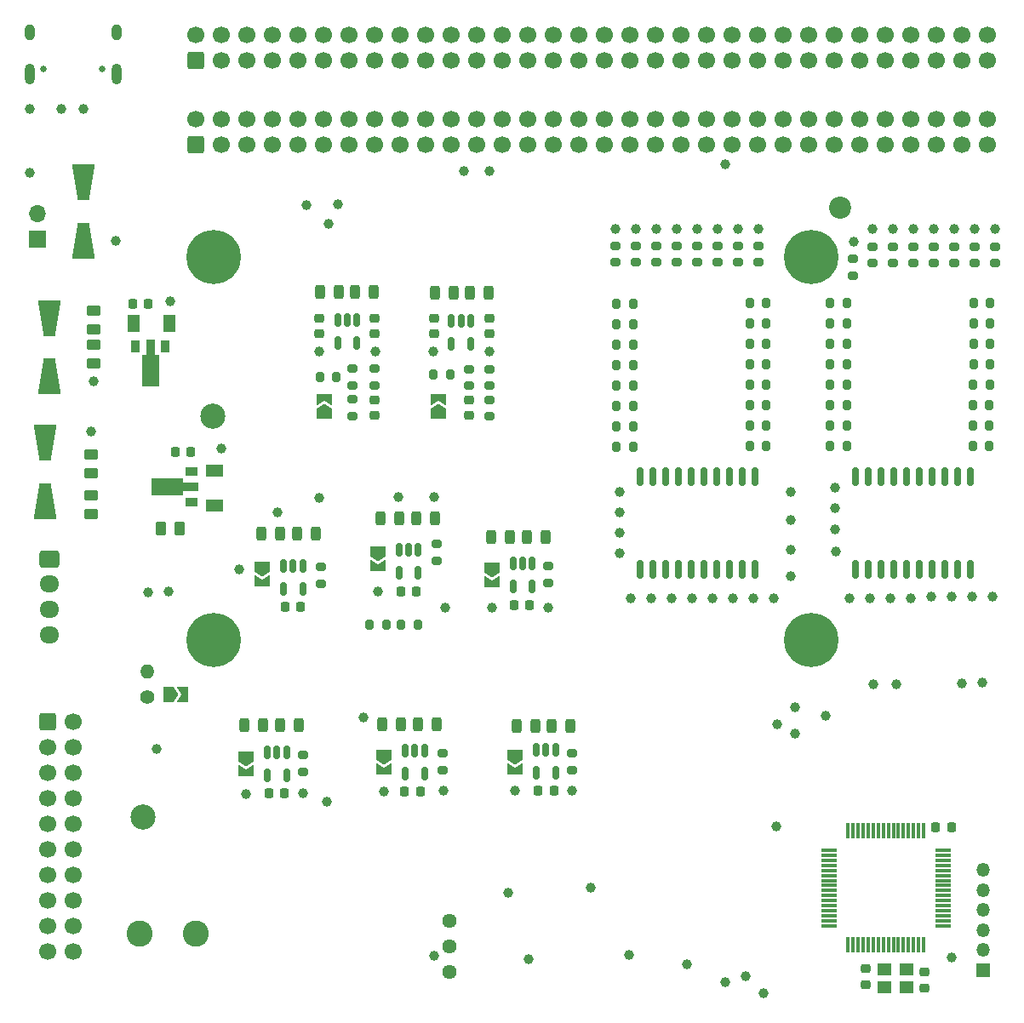
<source format=gbr>
%TF.GenerationSoftware,KiCad,Pcbnew,(6.0.5)*%
%TF.CreationDate,2022-06-26T15:42:30+08:00*%
%TF.ProjectId,lkt100a1,6c6b7431-3030-4613-912e-6b696361645f,rev?*%
%TF.SameCoordinates,Original*%
%TF.FileFunction,Soldermask,Bot*%
%TF.FilePolarity,Negative*%
%FSLAX46Y46*%
G04 Gerber Fmt 4.6, Leading zero omitted, Abs format (unit mm)*
G04 Created by KiCad (PCBNEW (6.0.5)) date 2022-06-26 15:42:30*
%MOMM*%
%LPD*%
G01*
G04 APERTURE LIST*
G04 Aperture macros list*
%AMRoundRect*
0 Rectangle with rounded corners*
0 $1 Rounding radius*
0 $2 $3 $4 $5 $6 $7 $8 $9 X,Y pos of 4 corners*
0 Add a 4 corners polygon primitive as box body*
4,1,4,$2,$3,$4,$5,$6,$7,$8,$9,$2,$3,0*
0 Add four circle primitives for the rounded corners*
1,1,$1+$1,$2,$3*
1,1,$1+$1,$4,$5*
1,1,$1+$1,$6,$7*
1,1,$1+$1,$8,$9*
0 Add four rect primitives between the rounded corners*
20,1,$1+$1,$2,$3,$4,$5,0*
20,1,$1+$1,$4,$5,$6,$7,0*
20,1,$1+$1,$6,$7,$8,$9,0*
20,1,$1+$1,$8,$9,$2,$3,0*%
%AMOutline4P*
0 Free polygon, 4 corners , with rotation*
0 The origin of the aperture is its center*
0 number of corners: always 4*
0 $1 to $8 corner X, Y*
0 $9 Rotation angle, in degrees counterclockwise*
0 create outline with 4 corners*
4,1,4,$1,$2,$3,$4,$5,$6,$7,$8,$1,$2,$9*%
%AMFreePoly0*
4,1,6,1.000000,0.000000,0.500000,-0.750000,-0.500000,-0.750000,-0.500000,0.750000,0.500000,0.750000,1.000000,0.000000,1.000000,0.000000,$1*%
%AMFreePoly1*
4,1,6,0.500000,-0.750000,-0.650000,-0.750000,-0.150000,0.000000,-0.650000,0.750000,0.500000,0.750000,0.500000,-0.750000,0.500000,-0.750000,$1*%
%AMFreePoly2*
4,1,9,3.862500,-0.866500,0.737500,-0.866500,0.737500,-0.450000,-0.737500,-0.450000,-0.737500,0.450000,0.737500,0.450000,0.737500,0.866500,3.862500,0.866500,3.862500,-0.866500,3.862500,-0.866500,$1*%
G04 Aperture macros list end*
%ADD10C,0.650000*%
%ADD11O,1.000000X1.600000*%
%ADD12O,1.000000X2.100000*%
%ADD13C,2.200000*%
%ADD14C,1.440000*%
%ADD15R,1.700000X1.700000*%
%ADD16O,1.700000X1.700000*%
%ADD17C,2.600000*%
%ADD18C,1.400000*%
%ADD19O,1.400000X1.400000*%
%ADD20RoundRect,0.250000X0.600000X-0.600000X0.600000X0.600000X-0.600000X0.600000X-0.600000X-0.600000X0*%
%ADD21C,1.700000*%
%ADD22C,0.800000*%
%ADD23C,5.400000*%
%ADD24C,2.500000*%
%ADD25RoundRect,0.250000X-0.725000X0.600000X-0.725000X-0.600000X0.725000X-0.600000X0.725000X0.600000X0*%
%ADD26O,1.950000X1.700000*%
%ADD27R,1.350000X1.350000*%
%ADD28O,1.350000X1.350000*%
%ADD29RoundRect,0.250000X-0.600000X-0.600000X0.600000X-0.600000X0.600000X0.600000X-0.600000X0.600000X0*%
%ADD30C,1.000000*%
%ADD31FreePoly0,270.000000*%
%ADD32FreePoly1,270.000000*%
%ADD33RoundRect,0.200000X0.275000X-0.200000X0.275000X0.200000X-0.275000X0.200000X-0.275000X-0.200000X0*%
%ADD34RoundRect,0.200000X-0.275000X0.200000X-0.275000X-0.200000X0.275000X-0.200000X0.275000X0.200000X0*%
%ADD35RoundRect,0.200000X-0.200000X-0.275000X0.200000X-0.275000X0.200000X0.275000X-0.200000X0.275000X0*%
%ADD36RoundRect,0.250000X-0.262500X-0.450000X0.262500X-0.450000X0.262500X0.450000X-0.262500X0.450000X0*%
%ADD37R,0.900000X1.300000*%
%ADD38FreePoly2,270.000000*%
%ADD39RoundRect,0.150000X-0.150000X0.512500X-0.150000X-0.512500X0.150000X-0.512500X0.150000X0.512500X0*%
%ADD40RoundRect,0.243750X-0.243750X-0.456250X0.243750X-0.456250X0.243750X0.456250X-0.243750X0.456250X0*%
%ADD41RoundRect,0.150000X0.150000X-0.800000X0.150000X0.800000X-0.150000X0.800000X-0.150000X-0.800000X0*%
%ADD42RoundRect,0.250000X0.450000X-0.262500X0.450000X0.262500X-0.450000X0.262500X-0.450000X-0.262500X0*%
%ADD43Outline4P,-1.800000X-1.150000X1.800000X-0.550000X1.800000X0.550000X-1.800000X1.150000X270.000000*%
%ADD44Outline4P,-1.800000X-1.150000X1.800000X-0.550000X1.800000X0.550000X-1.800000X1.150000X90.000000*%
%ADD45FreePoly0,0.000000*%
%ADD46FreePoly1,0.000000*%
%ADD47RoundRect,0.225000X0.225000X0.250000X-0.225000X0.250000X-0.225000X-0.250000X0.225000X-0.250000X0*%
%ADD48RoundRect,0.200000X0.200000X0.275000X-0.200000X0.275000X-0.200000X-0.275000X0.200000X-0.275000X0*%
%ADD49RoundRect,0.225000X-0.250000X0.225000X-0.250000X-0.225000X0.250000X-0.225000X0.250000X0.225000X0*%
%ADD50RoundRect,0.075000X0.075000X-0.700000X0.075000X0.700000X-0.075000X0.700000X-0.075000X-0.700000X0*%
%ADD51RoundRect,0.075000X0.700000X-0.075000X0.700000X0.075000X-0.700000X0.075000X-0.700000X-0.075000X0*%
%ADD52RoundRect,0.225000X0.250000X-0.225000X0.250000X0.225000X-0.250000X0.225000X-0.250000X-0.225000X0*%
%ADD53FreePoly0,90.000000*%
%ADD54FreePoly1,90.000000*%
%ADD55R,1.400000X1.200000*%
%ADD56R,1.700000X1.300000*%
%ADD57R,1.300000X0.900000*%
%ADD58FreePoly2,180.000000*%
%ADD59RoundRect,0.225000X-0.225000X-0.250000X0.225000X-0.250000X0.225000X0.250000X-0.225000X0.250000X0*%
%ADD60R,1.300000X1.700000*%
G04 APERTURE END LIST*
D10*
%TO.C,J2*%
X63658000Y-41462000D03*
X69438000Y-41462000D03*
D11*
X62228000Y-37812000D03*
D12*
X62228000Y-41992000D03*
X70868000Y-41992000D03*
D11*
X70868000Y-37812000D03*
%TD*%
D13*
%TO.C,H8*%
X142833600Y-55269409D03*
%TD*%
D14*
%TO.C,RV1*%
X104013000Y-131318000D03*
X104013000Y-128778000D03*
X104013000Y-126238000D03*
%TD*%
D15*
%TO.C,J1*%
X62992000Y-58420000D03*
D16*
X62992000Y-55880000D03*
%TD*%
D17*
%TO.C,L2*%
X73146006Y-127508000D03*
X78746006Y-127508000D03*
%TD*%
D18*
%TO.C,TH1*%
X73964800Y-103988400D03*
D19*
X73964800Y-101448400D03*
%TD*%
D20*
%TO.C,J5*%
X78740000Y-49012500D03*
D21*
X78740000Y-46472500D03*
X81280000Y-49012500D03*
X81280000Y-46472500D03*
X83820000Y-49012500D03*
X83820000Y-46472500D03*
X86360000Y-49012500D03*
X86360000Y-46472500D03*
X88900000Y-49012500D03*
X88900000Y-46472500D03*
X91440000Y-49012500D03*
X91440000Y-46472500D03*
X93980000Y-49012500D03*
X93980000Y-46472500D03*
X96520000Y-49012500D03*
X96520000Y-46472500D03*
X99060000Y-49012500D03*
X99060000Y-46472500D03*
X101600000Y-49012500D03*
X101600000Y-46472500D03*
X104140000Y-49012500D03*
X104140000Y-46472500D03*
X106680000Y-49012500D03*
X106680000Y-46472500D03*
X109220000Y-49012500D03*
X109220000Y-46472500D03*
X111760000Y-49012500D03*
X111760000Y-46472500D03*
X114300000Y-49012500D03*
X114300000Y-46472500D03*
X116840000Y-49012500D03*
X116840000Y-46472500D03*
X119380000Y-49012500D03*
X119380000Y-46472500D03*
X121920000Y-49012500D03*
X121920000Y-46472500D03*
X124460000Y-49012500D03*
X124460000Y-46472500D03*
X127000000Y-49012500D03*
X127000000Y-46472500D03*
X129540000Y-49012500D03*
X129540000Y-46472500D03*
X132080000Y-49012500D03*
X132080000Y-46472500D03*
X134620000Y-49012500D03*
X134620000Y-46472500D03*
X137160000Y-49012500D03*
X137160000Y-46472500D03*
X139700000Y-49012500D03*
X139700000Y-46472500D03*
X142240000Y-49012500D03*
X142240000Y-46472500D03*
X144780000Y-49012500D03*
X144780000Y-46472500D03*
X147320000Y-49012500D03*
X147320000Y-46472500D03*
X149860000Y-49012500D03*
X149860000Y-46472500D03*
X152400000Y-49012500D03*
X152400000Y-46472500D03*
X154940000Y-49012500D03*
X154940000Y-46472500D03*
X157480000Y-49012500D03*
X157480000Y-46472500D03*
%TD*%
D20*
%TO.C,J4*%
X78740000Y-40640000D03*
D21*
X78740000Y-38100000D03*
X81280000Y-40640000D03*
X81280000Y-38100000D03*
X83820000Y-40640000D03*
X83820000Y-38100000D03*
X86360000Y-40640000D03*
X86360000Y-38100000D03*
X88900000Y-40640000D03*
X88900000Y-38100000D03*
X91440000Y-40640000D03*
X91440000Y-38100000D03*
X93980000Y-40640000D03*
X93980000Y-38100000D03*
X96520000Y-40640000D03*
X96520000Y-38100000D03*
X99060000Y-40640000D03*
X99060000Y-38100000D03*
X101600000Y-40640000D03*
X101600000Y-38100000D03*
X104140000Y-40640000D03*
X104140000Y-38100000D03*
X106680000Y-40640000D03*
X106680000Y-38100000D03*
X109220000Y-40640000D03*
X109220000Y-38100000D03*
X111760000Y-40640000D03*
X111760000Y-38100000D03*
X114300000Y-40640000D03*
X114300000Y-38100000D03*
X116840000Y-40640000D03*
X116840000Y-38100000D03*
X119380000Y-40640000D03*
X119380000Y-38100000D03*
X121920000Y-40640000D03*
X121920000Y-38100000D03*
X124460000Y-40640000D03*
X124460000Y-38100000D03*
X127000000Y-40640000D03*
X127000000Y-38100000D03*
X129540000Y-40640000D03*
X129540000Y-38100000D03*
X132080000Y-40640000D03*
X132080000Y-38100000D03*
X134620000Y-40640000D03*
X134620000Y-38100000D03*
X137160000Y-40640000D03*
X137160000Y-38100000D03*
X139700000Y-40640000D03*
X139700000Y-38100000D03*
X142240000Y-40640000D03*
X142240000Y-38100000D03*
X144780000Y-40640000D03*
X144780000Y-38100000D03*
X147320000Y-40640000D03*
X147320000Y-38100000D03*
X149860000Y-40640000D03*
X149860000Y-38100000D03*
X152400000Y-40640000D03*
X152400000Y-38100000D03*
X154940000Y-40640000D03*
X154940000Y-38100000D03*
X157480000Y-40640000D03*
X157480000Y-38100000D03*
%TD*%
D22*
%TO.C,H3*%
X138522109Y-96866109D03*
X141979000Y-98298000D03*
D23*
X139954000Y-98298000D03*
D22*
X141385891Y-96866109D03*
X139954000Y-96273000D03*
X139954000Y-100323000D03*
X138522109Y-99729891D03*
X137929000Y-98298000D03*
X141385891Y-99729891D03*
%TD*%
D24*
%TO.C,H2*%
X73507600Y-115874800D03*
%TD*%
D22*
%TO.C,H7*%
X79086109Y-58766109D03*
X81949891Y-61629891D03*
X80518000Y-58173000D03*
X79086109Y-61629891D03*
X81949891Y-58766109D03*
X78493000Y-60198000D03*
X80518000Y-62223000D03*
D23*
X80518000Y-60198000D03*
D22*
X82543000Y-60198000D03*
%TD*%
%TO.C,H1*%
X139954000Y-62223000D03*
D23*
X139954000Y-60198000D03*
D22*
X141979000Y-60198000D03*
X137929000Y-60198000D03*
X141385891Y-58766109D03*
X139954000Y-58173000D03*
X141385891Y-61629891D03*
X138522109Y-58766109D03*
X138522109Y-61629891D03*
%TD*%
%TO.C,H5*%
X80518000Y-100323000D03*
X79086109Y-99729891D03*
X81949891Y-99729891D03*
X78493000Y-98298000D03*
X82543000Y-98298000D03*
X79086109Y-96866109D03*
X80518000Y-96273000D03*
D23*
X80518000Y-98298000D03*
D22*
X81949891Y-96866109D03*
%TD*%
D25*
%TO.C,J7*%
X64181000Y-90230000D03*
D26*
X64181000Y-92730000D03*
X64181000Y-95230000D03*
X64181000Y-97730000D03*
%TD*%
D24*
%TO.C,H4*%
X80467200Y-75995809D03*
%TD*%
D27*
%TO.C,J3*%
X157124400Y-131136400D03*
D28*
X157124400Y-129136400D03*
X157124400Y-127136400D03*
X157124400Y-125136400D03*
X157124400Y-123136400D03*
X157124400Y-121136400D03*
%TD*%
D29*
%TO.C,J6*%
X64017500Y-106426000D03*
D21*
X66557500Y-106426000D03*
X64017500Y-108966000D03*
X66557500Y-108966000D03*
X64017500Y-111506000D03*
X66557500Y-111506000D03*
X64017500Y-114046000D03*
X66557500Y-114046000D03*
X64017500Y-116586000D03*
X66557500Y-116586000D03*
X64017500Y-119126000D03*
X66557500Y-119126000D03*
X64017500Y-121666000D03*
X66557500Y-121666000D03*
X64017500Y-124206000D03*
X66557500Y-124206000D03*
X64017500Y-126746000D03*
X66557500Y-126746000D03*
X64017500Y-129286000D03*
X66557500Y-129286000D03*
%TD*%
D30*
%TO.C,TP83*%
X122555000Y-57341000D03*
%TD*%
%TO.C,TP18*%
X86928200Y-85571609D03*
%TD*%
%TO.C,TP99*%
X142392400Y-87274400D03*
%TD*%
D31*
%TO.C,JP1*%
X96914000Y-89495800D03*
D32*
X96914000Y-90945800D03*
%TD*%
D33*
%TO.C,R108*%
X144103600Y-62024809D03*
X144103600Y-60374809D03*
%TD*%
D34*
%TO.C,R51*%
X102756000Y-88710000D03*
X102756000Y-90360000D03*
%TD*%
%TO.C,R61*%
X103314200Y-109563400D03*
X103314200Y-111213400D03*
%TD*%
D30*
%TO.C,TP42*%
X103415800Y-113284000D03*
%TD*%
D35*
%TO.C,R99*%
X120637800Y-64820800D03*
X122287800Y-64820800D03*
%TD*%
D36*
%TO.C,R32*%
X75338300Y-87172800D03*
X77163300Y-87172800D03*
%TD*%
D30*
%TO.C,TP20*%
X91033600Y-84175600D03*
%TD*%
D31*
%TO.C,JP8*%
X83794600Y-109880400D03*
D32*
X83794600Y-111330400D03*
%TD*%
D33*
%TO.C,R114*%
X124587000Y-60706000D03*
X124587000Y-59056000D03*
%TD*%
D37*
%TO.C,U9*%
X72769600Y-69063600D03*
D38*
X74269600Y-69151100D03*
D37*
X75769600Y-69063600D03*
%TD*%
D39*
%TO.C,U20*%
X85892600Y-109423200D03*
X86842600Y-109423200D03*
X87792600Y-109423200D03*
X87792600Y-111698200D03*
X85892600Y-111698200D03*
%TD*%
D30*
%TO.C,TP32*%
X113805000Y-95021400D03*
%TD*%
D33*
%TO.C,R107*%
X146050000Y-60769000D03*
X146050000Y-59119000D03*
%TD*%
D40*
%TO.C,D27*%
X100878100Y-106680000D03*
X102753100Y-106680000D03*
%TD*%
D30*
%TO.C,TP6*%
X65430400Y-45466000D03*
%TD*%
D41*
%TO.C,U22*%
X134366000Y-91214000D03*
X133096000Y-91214000D03*
X131826000Y-91214000D03*
X130556000Y-91214000D03*
X129286000Y-91214000D03*
X128016000Y-91214000D03*
X126746000Y-91214000D03*
X125476000Y-91214000D03*
X124206000Y-91214000D03*
X122936000Y-91214000D03*
X122936000Y-82014000D03*
X124206000Y-82014000D03*
X125476000Y-82014000D03*
X126746000Y-82014000D03*
X128016000Y-82014000D03*
X129286000Y-82014000D03*
X130556000Y-82014000D03*
X131826000Y-82014000D03*
X133096000Y-82014000D03*
X134366000Y-82014000D03*
%TD*%
D35*
%TO.C,R100*%
X133892000Y-64770000D03*
X135542000Y-64770000D03*
%TD*%
D40*
%TO.C,D18*%
X97119500Y-86131400D03*
X98994500Y-86131400D03*
%TD*%
D30*
%TO.C,TP55*%
X134239000Y-94107000D03*
%TD*%
%TO.C,TP31*%
X131470400Y-50952400D03*
%TD*%
D42*
%TO.C,R23*%
X68580000Y-67354500D03*
X68580000Y-65529500D03*
%TD*%
D40*
%TO.C,D32*%
X102567500Y-63690000D03*
X104442500Y-63690000D03*
%TD*%
D33*
%TO.C,R115*%
X122555000Y-60706000D03*
X122555000Y-59056000D03*
%TD*%
D35*
%TO.C,R80*%
X133892000Y-74930000D03*
X135542000Y-74930000D03*
%TD*%
D30*
%TO.C,TP49*%
X151892000Y-93980000D03*
%TD*%
D39*
%TO.C,U18*%
X112654000Y-109200100D03*
X113604000Y-109200100D03*
X114554000Y-109200100D03*
X114554000Y-111475100D03*
X112654000Y-111475100D03*
%TD*%
D30*
%TO.C,TP34*%
X141462000Y-105790009D03*
%TD*%
D34*
%TO.C,R54*%
X107950000Y-74359000D03*
X107950000Y-76009000D03*
%TD*%
D35*
%TO.C,R22*%
X99188000Y-96774000D03*
X100838000Y-96774000D03*
%TD*%
D43*
%TO.C,D10*%
X63754000Y-78634000D03*
D44*
X63754000Y-84434000D03*
%TD*%
D33*
%TO.C,R111*%
X130683000Y-60706000D03*
X130683000Y-59056000D03*
%TD*%
D42*
%TO.C,R19*%
X68326000Y-85748500D03*
X68326000Y-83923500D03*
%TD*%
D30*
%TO.C,TP88*%
X148488400Y-102666800D03*
%TD*%
D39*
%TO.C,U17*%
X92903000Y-66463500D03*
X93853000Y-66463500D03*
X94803000Y-66463500D03*
X94803000Y-68738500D03*
X92903000Y-68738500D03*
%TD*%
D45*
%TO.C,JP9*%
X76084600Y-103733600D03*
D46*
X77534600Y-103733600D03*
%TD*%
D35*
%TO.C,R79*%
X120637800Y-74980800D03*
X122287800Y-74980800D03*
%TD*%
D30*
%TO.C,TP102*%
X142341600Y-85191600D03*
%TD*%
D33*
%TO.C,R104*%
X152146000Y-60769000D03*
X152146000Y-59119000D03*
%TD*%
D30*
%TO.C,TP91*%
X137922000Y-83566000D03*
%TD*%
%TO.C,TP7*%
X67614800Y-45415200D03*
%TD*%
%TO.C,TP8*%
X102463600Y-129692400D03*
%TD*%
D35*
%TO.C,R72*%
X133892000Y-78994000D03*
X135542000Y-78994000D03*
%TD*%
D47*
%TO.C,C53*%
X87617600Y-113538000D03*
X86067600Y-113538000D03*
%TD*%
D30*
%TO.C,TP19*%
X98907600Y-84074000D03*
%TD*%
%TO.C,TP61*%
X122047000Y-94107000D03*
%TD*%
%TO.C,TP15*%
X68326000Y-77520800D03*
%TD*%
%TO.C,TP11*%
X111887000Y-130048000D03*
%TD*%
D48*
%TO.C,R28*%
X97726000Y-96774000D03*
X96076000Y-96774000D03*
%TD*%
D35*
%TO.C,R89*%
X141860000Y-74930000D03*
X143510000Y-74930000D03*
%TD*%
D49*
%TO.C,C50*%
X91059000Y-66268000D03*
X91059000Y-67818000D03*
%TD*%
D30*
%TO.C,TP70*%
X156210000Y-57404000D03*
%TD*%
%TO.C,TP89*%
X137922000Y-86360000D03*
%TD*%
D34*
%TO.C,R53*%
X91249800Y-91021400D03*
X91249800Y-92671400D03*
%TD*%
D30*
%TO.C,TP45*%
X91059000Y-69583000D03*
%TD*%
D35*
%TO.C,R71*%
X120637800Y-79044800D03*
X122287800Y-79044800D03*
%TD*%
D30*
%TO.C,TP1*%
X62230000Y-51816000D03*
%TD*%
D33*
%TO.C,R57*%
X96520000Y-72948000D03*
X96520000Y-71298000D03*
%TD*%
D39*
%TO.C,U15*%
X87505800Y-90912100D03*
X88455800Y-90912100D03*
X89405800Y-90912100D03*
X89405800Y-93187100D03*
X87505800Y-93187100D03*
%TD*%
D30*
%TO.C,TP71*%
X154178000Y-57404000D03*
%TD*%
D33*
%TO.C,R116*%
X120523000Y-60706000D03*
X120523000Y-59056000D03*
%TD*%
D30*
%TO.C,TP50*%
X149860000Y-94107000D03*
%TD*%
%TO.C,TP37*%
X96631000Y-69569609D03*
%TD*%
%TO.C,TP30*%
X76200000Y-64617600D03*
%TD*%
%TO.C,TP59*%
X126111000Y-94107000D03*
%TD*%
D40*
%TO.C,D29*%
X87149700Y-106781600D03*
X89024700Y-106781600D03*
%TD*%
D30*
%TO.C,TP38*%
X96914000Y-93472000D03*
%TD*%
D33*
%TO.C,R59*%
X94361000Y-72948000D03*
X94361000Y-71298000D03*
%TD*%
D30*
%TO.C,TP51*%
X147828000Y-94107000D03*
%TD*%
%TO.C,TP16*%
X68580000Y-72566809D03*
%TD*%
D34*
%TO.C,R62*%
X89484200Y-109715800D03*
X89484200Y-111365800D03*
%TD*%
D50*
%TO.C,U24*%
X151164800Y-128624000D03*
X150664800Y-128624000D03*
X150164800Y-128624000D03*
X149664800Y-128624000D03*
X149164800Y-128624000D03*
X148664800Y-128624000D03*
X148164800Y-128624000D03*
X147664800Y-128624000D03*
X147164800Y-128624000D03*
X146664800Y-128624000D03*
X146164800Y-128624000D03*
X145664800Y-128624000D03*
X145164800Y-128624000D03*
X144664800Y-128624000D03*
X144164800Y-128624000D03*
X143664800Y-128624000D03*
D51*
X141739800Y-126699000D03*
X141739800Y-126199000D03*
X141739800Y-125699000D03*
X141739800Y-125199000D03*
X141739800Y-124699000D03*
X141739800Y-124199000D03*
X141739800Y-123699000D03*
X141739800Y-123199000D03*
X141739800Y-122699000D03*
X141739800Y-122199000D03*
X141739800Y-121699000D03*
X141739800Y-121199000D03*
X141739800Y-120699000D03*
X141739800Y-120199000D03*
X141739800Y-119699000D03*
X141739800Y-119199000D03*
D50*
X143664800Y-117274000D03*
X144164800Y-117274000D03*
X144664800Y-117274000D03*
X145164800Y-117274000D03*
X145664800Y-117274000D03*
X146164800Y-117274000D03*
X146664800Y-117274000D03*
X147164800Y-117274000D03*
X147664800Y-117274000D03*
X148164800Y-117274000D03*
X148664800Y-117274000D03*
X149164800Y-117274000D03*
X149664800Y-117274000D03*
X150164800Y-117274000D03*
X150664800Y-117274000D03*
X151164800Y-117274000D03*
D51*
X153089800Y-119199000D03*
X153089800Y-119699000D03*
X153089800Y-120199000D03*
X153089800Y-120699000D03*
X153089800Y-121199000D03*
X153089800Y-121699000D03*
X153089800Y-122199000D03*
X153089800Y-122699000D03*
X153089800Y-123199000D03*
X153089800Y-123699000D03*
X153089800Y-124199000D03*
X153089800Y-124699000D03*
X153089800Y-125199000D03*
X153089800Y-125699000D03*
X153089800Y-126199000D03*
X153089800Y-126699000D03*
%TD*%
D42*
%TO.C,R18*%
X68326000Y-81684500D03*
X68326000Y-79859500D03*
%TD*%
D30*
%TO.C,TP58*%
X128143000Y-94107000D03*
%TD*%
%TO.C,TP97*%
X120954800Y-89662000D03*
%TD*%
%TO.C,TP17*%
X127660400Y-130556000D03*
%TD*%
D33*
%TO.C,R112*%
X128651000Y-60706000D03*
X128651000Y-59056000D03*
%TD*%
D31*
%TO.C,JP7*%
X97523000Y-109714200D03*
D32*
X97523000Y-111164200D03*
%TD*%
D39*
%TO.C,U13*%
X99012000Y-89337300D03*
X99962000Y-89337300D03*
X100912000Y-89337300D03*
X100912000Y-91612300D03*
X99012000Y-91612300D03*
%TD*%
D47*
%TO.C,C41*%
X74028600Y-64871600D03*
X72478600Y-64871600D03*
%TD*%
D30*
%TO.C,TP72*%
X152146000Y-57404000D03*
%TD*%
D42*
%TO.C,R24*%
X68580000Y-70761509D03*
X68580000Y-68936509D03*
%TD*%
D40*
%TO.C,D20*%
X108143100Y-88068300D03*
X110018100Y-88068300D03*
%TD*%
%TO.C,D22*%
X85308500Y-87655400D03*
X87183500Y-87655400D03*
%TD*%
D30*
%TO.C,TP62*%
X110556000Y-113233200D03*
%TD*%
D52*
%TO.C,C47*%
X105918000Y-75959000D03*
X105918000Y-74409000D03*
%TD*%
D39*
%TO.C,U16*%
X104206000Y-66553500D03*
X105156000Y-66553500D03*
X106106000Y-66553500D03*
X106106000Y-68828500D03*
X104206000Y-68828500D03*
%TD*%
D30*
%TO.C,TP23*%
X133451600Y-131724400D03*
%TD*%
%TO.C,TP47*%
X155956000Y-93980000D03*
%TD*%
D44*
%TO.C,D2*%
X67564000Y-58526000D03*
D43*
X67564000Y-52726000D03*
%TD*%
D30*
%TO.C,TP9*%
X95462600Y-106018609D03*
%TD*%
D40*
%TO.C,D28*%
X83593700Y-106781600D03*
X85468700Y-106781600D03*
%TD*%
D35*
%TO.C,R87*%
X120637800Y-70916800D03*
X122287800Y-70916800D03*
%TD*%
%TO.C,R64*%
X91123000Y-72123000D03*
X92773000Y-72123000D03*
%TD*%
%TO.C,R69*%
X141860000Y-64770000D03*
X143510000Y-64770000D03*
%TD*%
%TO.C,R84*%
X133892000Y-72898000D03*
X135542000Y-72898000D03*
%TD*%
D47*
%TO.C,C44*%
X89230800Y-94996000D03*
X87680800Y-94996000D03*
%TD*%
D30*
%TO.C,TP77*%
X134747000Y-57341000D03*
%TD*%
D35*
%TO.C,R92*%
X133892000Y-68834000D03*
X135542000Y-68834000D03*
%TD*%
D30*
%TO.C,TP63*%
X97523000Y-113385600D03*
%TD*%
%TO.C,TP35*%
X74859007Y-109092009D03*
%TD*%
D39*
%TO.C,U14*%
X110315000Y-90632700D03*
X111265000Y-90632700D03*
X112215000Y-90632700D03*
X112215000Y-92907700D03*
X110315000Y-92907700D03*
%TD*%
D34*
%TO.C,R60*%
X116194800Y-109563400D03*
X116194800Y-111213400D03*
%TD*%
D40*
%TO.C,D26*%
X97322100Y-106680000D03*
X99197100Y-106680000D03*
%TD*%
D30*
%TO.C,TP56*%
X132207000Y-94107000D03*
%TD*%
%TO.C,TP46*%
X157988000Y-93980000D03*
%TD*%
D35*
%TO.C,R76*%
X133892000Y-76962000D03*
X135542000Y-76962000D03*
%TD*%
D53*
%TO.C,JP5*%
X91567000Y-75769000D03*
D54*
X91567000Y-74319000D03*
%TD*%
D35*
%TO.C,R75*%
X120637800Y-77012800D03*
X122287800Y-77012800D03*
%TD*%
D30*
%TO.C,TP80*%
X128651000Y-57341000D03*
%TD*%
D35*
%TO.C,R91*%
X120637800Y-68884800D03*
X122287800Y-68884800D03*
%TD*%
D52*
%TO.C,C59*%
X145429600Y-132523600D03*
X145429600Y-130973600D03*
%TD*%
D30*
%TO.C,TP86*%
X157022800Y-102514400D03*
%TD*%
%TO.C,TP68*%
X89814400Y-55016400D03*
%TD*%
%TO.C,TP94*%
X120904000Y-83566000D03*
%TD*%
D47*
%TO.C,C43*%
X111989200Y-94818200D03*
X110439200Y-94818200D03*
%TD*%
D30*
%TO.C,TP53*%
X143764000Y-94107000D03*
%TD*%
D47*
%TO.C,C51*%
X114379000Y-113284000D03*
X112829000Y-113284000D03*
%TD*%
D30*
%TO.C,TP74*%
X148082000Y-57404000D03*
%TD*%
D33*
%TO.C,R105*%
X150114000Y-60769000D03*
X150114000Y-59119000D03*
%TD*%
D30*
%TO.C,TP64*%
X83794600Y-113639600D03*
%TD*%
%TO.C,TP95*%
X120954800Y-87630000D03*
%TD*%
%TO.C,TP57*%
X130175000Y-94107000D03*
%TD*%
D35*
%TO.C,R90*%
X156068500Y-74930000D03*
X157718500Y-74930000D03*
%TD*%
D30*
%TO.C,TP52*%
X145796000Y-94107000D03*
%TD*%
D41*
%TO.C,U21*%
X155829000Y-91214000D03*
X154559000Y-91214000D03*
X153289000Y-91214000D03*
X152019000Y-91214000D03*
X150749000Y-91214000D03*
X149479000Y-91214000D03*
X148209000Y-91214000D03*
X146939000Y-91214000D03*
X145669000Y-91214000D03*
X144399000Y-91214000D03*
X144399000Y-82014000D03*
X145669000Y-82014000D03*
X146939000Y-82014000D03*
X148209000Y-82014000D03*
X149479000Y-82014000D03*
X150749000Y-82014000D03*
X152019000Y-82014000D03*
X153289000Y-82014000D03*
X154559000Y-82014000D03*
X155829000Y-82014000D03*
%TD*%
D35*
%TO.C,R77*%
X141860000Y-68834000D03*
X143510000Y-68834000D03*
%TD*%
D40*
%TO.C,D30*%
X91137500Y-63627000D03*
X93012500Y-63627000D03*
%TD*%
D33*
%TO.C,R110*%
X132715000Y-60706000D03*
X132715000Y-59056000D03*
%TD*%
D30*
%TO.C,TP29*%
X138414000Y-104977209D03*
%TD*%
%TO.C,TP4*%
X136499600Y-116789200D03*
%TD*%
D35*
%TO.C,R82*%
X156147000Y-70866000D03*
X157797000Y-70866000D03*
%TD*%
D30*
%TO.C,TP10*%
X103581200Y-95097600D03*
%TD*%
D35*
%TO.C,R73*%
X141860000Y-66802000D03*
X143510000Y-66802000D03*
%TD*%
%TO.C,R95*%
X120637800Y-66852800D03*
X122287800Y-66852800D03*
%TD*%
%TO.C,R88*%
X133892000Y-70866000D03*
X135542000Y-70866000D03*
%TD*%
D33*
%TO.C,R113*%
X126619000Y-60706000D03*
X126619000Y-59056000D03*
%TD*%
D30*
%TO.C,TP2*%
X62230000Y-45466000D03*
%TD*%
%TO.C,TP69*%
X158242000Y-57404000D03*
%TD*%
D33*
%TO.C,R101*%
X158242000Y-60769000D03*
X158242000Y-59119000D03*
%TD*%
%TO.C,R103*%
X154178000Y-60769000D03*
X154178000Y-59119000D03*
%TD*%
D30*
%TO.C,TP33*%
X138414000Y-107618809D03*
%TD*%
%TO.C,TP5*%
X70840600Y-58547000D03*
%TD*%
%TO.C,TP90*%
X137972800Y-89306400D03*
%TD*%
%TO.C,TP60*%
X124079000Y-94107000D03*
%TD*%
D39*
%TO.C,U19*%
X99621000Y-109301700D03*
X100571000Y-109301700D03*
X101521000Y-109301700D03*
X101521000Y-111576700D03*
X99621000Y-111576700D03*
%TD*%
D30*
%TO.C,TP76*%
X144205200Y-58622209D03*
%TD*%
%TO.C,TP25*%
X107950000Y-51663600D03*
%TD*%
%TO.C,TP67*%
X91948000Y-56845200D03*
%TD*%
D35*
%TO.C,R94*%
X156068500Y-76962000D03*
X157718500Y-76962000D03*
%TD*%
D30*
%TO.C,TP48*%
X153924000Y-93980000D03*
%TD*%
D35*
%TO.C,R83*%
X120637800Y-72948800D03*
X122287800Y-72948800D03*
%TD*%
%TO.C,R86*%
X156084000Y-72898000D03*
X157734000Y-72898000D03*
%TD*%
D34*
%TO.C,R55*%
X94361000Y-74346000D03*
X94361000Y-75996000D03*
%TD*%
D33*
%TO.C,R102*%
X156210000Y-60769000D03*
X156210000Y-59119000D03*
%TD*%
D31*
%TO.C,JP6*%
X110556000Y-109663400D03*
D32*
X110556000Y-111113400D03*
%TD*%
D30*
%TO.C,TP12*%
X131419600Y-132283200D03*
%TD*%
%TO.C,TP93*%
X76107800Y-93471009D03*
%TD*%
D53*
%TO.C,JP4*%
X102870000Y-75782000D03*
D54*
X102870000Y-74332000D03*
%TD*%
D47*
%TO.C,C42*%
X100737000Y-93472000D03*
X99187000Y-93472000D03*
%TD*%
D33*
%TO.C,R58*%
X105918000Y-72961000D03*
X105918000Y-71311000D03*
%TD*%
D40*
%TO.C,D24*%
X110695500Y-106801500D03*
X112570500Y-106801500D03*
%TD*%
D31*
%TO.C,JP2*%
X108217000Y-91045200D03*
D32*
X108217000Y-92495200D03*
%TD*%
D30*
%TO.C,TP65*%
X153924000Y-129895600D03*
%TD*%
%TO.C,TP14*%
X109829600Y-123393200D03*
%TD*%
D40*
%TO.C,D21*%
X111699100Y-88068300D03*
X113574100Y-88068300D03*
%TD*%
%TO.C,D31*%
X94566500Y-63627000D03*
X96441500Y-63627000D03*
%TD*%
D30*
%TO.C,TP44*%
X102362000Y-69596000D03*
%TD*%
%TO.C,TP27*%
X81280000Y-79248000D03*
%TD*%
%TO.C,TP36*%
X107950000Y-69596000D03*
%TD*%
D40*
%TO.C,D19*%
X100675500Y-86131400D03*
X102550500Y-86131400D03*
%TD*%
D55*
%TO.C,Y1*%
X147236000Y-131077600D03*
X149436000Y-131077600D03*
X149436000Y-132777600D03*
X147236000Y-132777600D03*
%TD*%
D30*
%TO.C,TP66*%
X92913200Y-54965600D03*
%TD*%
D49*
%TO.C,C46*%
X96520000Y-66268000D03*
X96520000Y-67818000D03*
%TD*%
D56*
%TO.C,D16*%
X80619600Y-81409600D03*
X80619600Y-84909600D03*
%TD*%
D30*
%TO.C,TP78*%
X132715000Y-57341000D03*
%TD*%
%TO.C,TP79*%
X130683000Y-57341000D03*
%TD*%
D33*
%TO.C,R106*%
X148082000Y-60769000D03*
X148082000Y-59119000D03*
%TD*%
D40*
%TO.C,D33*%
X105996500Y-63690000D03*
X107871500Y-63690000D03*
%TD*%
D35*
%TO.C,R70*%
X156147000Y-64770000D03*
X157797000Y-64770000D03*
%TD*%
D33*
%TO.C,R109*%
X134747000Y-60706000D03*
X134747000Y-59056000D03*
%TD*%
D30*
%TO.C,TP84*%
X120523000Y-57341000D03*
%TD*%
D49*
%TO.C,C58*%
X151220800Y-131329200D03*
X151220800Y-132879200D03*
%TD*%
D30*
%TO.C,TP81*%
X126619000Y-57341000D03*
%TD*%
%TO.C,TP96*%
X120954800Y-85598000D03*
%TD*%
%TO.C,TP73*%
X150114000Y-57404000D03*
%TD*%
D40*
%TO.C,D23*%
X88864500Y-87655400D03*
X90739500Y-87655400D03*
%TD*%
D30*
%TO.C,TP24*%
X105410000Y-51663600D03*
%TD*%
D47*
%TO.C,C57*%
X153937000Y-116890800D03*
X152387000Y-116890800D03*
%TD*%
D30*
%TO.C,TP98*%
X74015600Y-93522800D03*
%TD*%
%TO.C,TP101*%
X142341600Y-83108800D03*
%TD*%
D43*
%TO.C,D9*%
X64198500Y-66230500D03*
D44*
X64198500Y-72030500D03*
%TD*%
D35*
%TO.C,R97*%
X141860000Y-78994000D03*
X143510000Y-78994000D03*
%TD*%
D30*
%TO.C,TP54*%
X136271000Y-94107000D03*
%TD*%
%TO.C,TP100*%
X142443200Y-89458800D03*
%TD*%
D57*
%TO.C,U8*%
X78358000Y-81545000D03*
D58*
X78270500Y-83045000D03*
D57*
X78358000Y-84545000D03*
%TD*%
D59*
%TO.C,C40*%
X76745800Y-79552800D03*
X78295800Y-79552800D03*
%TD*%
D35*
%TO.C,R96*%
X133892000Y-66802000D03*
X135542000Y-66802000D03*
%TD*%
%TO.C,R74*%
X156147000Y-66802000D03*
X157797000Y-66802000D03*
%TD*%
D49*
%TO.C,C45*%
X107950000Y-66281000D03*
X107950000Y-67831000D03*
%TD*%
D30*
%TO.C,TP85*%
X154990800Y-102565200D03*
%TD*%
D47*
%TO.C,C52*%
X101105000Y-113385600D03*
X99555000Y-113385600D03*
%TD*%
D52*
%TO.C,C48*%
X96520000Y-75946000D03*
X96520000Y-74396000D03*
%TD*%
D30*
%TO.C,TP22*%
X135229600Y-133451600D03*
%TD*%
%TO.C,TP39*%
X108217000Y-95021400D03*
%TD*%
D60*
%TO.C,D17*%
X76121200Y-66802000D03*
X72621200Y-66802000D03*
%TD*%
D30*
%TO.C,TP41*%
X116194800Y-113284000D03*
%TD*%
%TO.C,TP13*%
X118059200Y-122936000D03*
%TD*%
%TO.C,TP26*%
X121869200Y-129641600D03*
%TD*%
%TO.C,TP43*%
X89484200Y-113538000D03*
%TD*%
D35*
%TO.C,R85*%
X141860000Y-72898000D03*
X143510000Y-72898000D03*
%TD*%
D30*
%TO.C,TP21*%
X102463600Y-84074000D03*
%TD*%
D35*
%TO.C,R81*%
X141860000Y-70866000D03*
X143510000Y-70866000D03*
%TD*%
D30*
%TO.C,TP40*%
X83058000Y-91236800D03*
%TD*%
%TO.C,TP75*%
X146050000Y-57404000D03*
%TD*%
D49*
%TO.C,C49*%
X102489000Y-66281000D03*
X102489000Y-67831000D03*
%TD*%
D30*
%TO.C,TP82*%
X124587000Y-57341000D03*
%TD*%
D33*
%TO.C,R56*%
X107950000Y-72961000D03*
X107950000Y-71311000D03*
%TD*%
D31*
%TO.C,JP3*%
X85407800Y-91019800D03*
D32*
X85407800Y-92469800D03*
%TD*%
D35*
%TO.C,R78*%
X156147000Y-68834000D03*
X157797000Y-68834000D03*
%TD*%
D30*
%TO.C,TP87*%
X146202400Y-102717600D03*
%TD*%
D35*
%TO.C,R63*%
X102426000Y-71882000D03*
X104076000Y-71882000D03*
%TD*%
D30*
%TO.C,TP28*%
X136601200Y-106629200D03*
%TD*%
%TO.C,TP3*%
X91795600Y-114401600D03*
%TD*%
D34*
%TO.C,R52*%
X113805000Y-90945200D03*
X113805000Y-92595200D03*
%TD*%
D35*
%TO.C,R98*%
X156068500Y-78994000D03*
X157718500Y-78994000D03*
%TD*%
D30*
%TO.C,TP92*%
X137922000Y-91948000D03*
%TD*%
D40*
%TO.C,D25*%
X114124500Y-106801500D03*
X115999500Y-106801500D03*
%TD*%
D35*
%TO.C,R93*%
X141860000Y-76962000D03*
X143510000Y-76962000D03*
%TD*%
M02*

</source>
